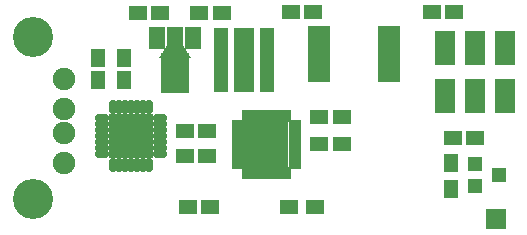
<source format=gbs>
G04 #@! TF.GenerationSoftware,KiCad,Pcbnew,no-vcs-found-44b118f~58~ubuntu16.04.1*
G04 #@! TF.CreationDate,2017-06-12T15:04:32+03:00*
G04 #@! TF.ProjectId,serial_gw_ATMEGA328P,73657269616C5F67775F41544D454741,rev?*
G04 #@! TF.FileFunction,Soldermask,Bot*
G04 #@! TF.FilePolarity,Negative*
%FSLAX46Y46*%
G04 Gerber Fmt 4.6, Leading zero omitted, Abs format (unit mm)*
G04 Created by KiCad (PCBNEW no-vcs-found-44b118f~58~ubuntu16.04.1) date Mon Jun 12 15:04:32 2017*
%MOMM*%
%LPD*%
G01*
G04 APERTURE LIST*
%ADD10C,0.100000*%
%ADD11C,1.901140*%
%ADD12C,3.399740*%
%ADD13R,1.750000X1.750000*%
%ADD14R,1.200000X5.500000*%
%ADD15R,1.700000X5.500000*%
%ADD16R,1.600000X1.150000*%
%ADD17R,1.150000X1.600000*%
%ADD18R,1.670000X2.900000*%
%ADD19R,2.125000X2.125000*%
%ADD20R,0.650000X1.100000*%
%ADD21R,1.100000X0.650000*%
%ADD22R,1.600000X1.300000*%
%ADD23R,1.850000X0.850000*%
%ADD24C,1.149300*%
%ADD25R,2.398980X3.399740*%
%ADD26R,1.400760X1.901140*%
%ADD27R,2.075000X2.075000*%
%ADD28O,0.700000X1.250000*%
%ADD29O,1.250000X0.700000*%
%ADD30R,1.300000X1.600000*%
%ADD31R,1.300000X1.200000*%
G04 APERTURE END LIST*
D10*
D11*
X76207000Y-87422000D03*
X76207000Y-84882000D03*
X76207000Y-82850000D03*
X76207000Y-80310000D03*
D12*
X73540000Y-90470000D03*
X73540000Y-76754000D03*
D13*
X112776000Y-92202000D03*
D14*
X89490000Y-78740000D03*
D15*
X91440000Y-78740000D03*
D14*
X93390000Y-78740000D03*
D16*
X97282000Y-74676000D03*
X95382000Y-74676000D03*
X99690000Y-83566000D03*
X97790000Y-83566000D03*
X88326000Y-84728000D03*
X86426000Y-84728000D03*
X86426000Y-86868000D03*
X88326000Y-86868000D03*
X97790000Y-85852000D03*
X99690000Y-85852000D03*
X86680000Y-91186000D03*
X88580000Y-91186000D03*
X84328000Y-74760000D03*
X82428000Y-74760000D03*
X107320000Y-74676000D03*
X109220000Y-74676000D03*
D17*
X81310000Y-78550000D03*
X81310000Y-80450000D03*
D16*
X89530000Y-74730000D03*
X87630000Y-74730000D03*
D17*
X79070000Y-78560000D03*
X79070000Y-80460000D03*
D18*
X113498000Y-81756000D03*
X110998000Y-81756000D03*
X108458000Y-81756000D03*
X108458000Y-77756000D03*
X110998000Y-77756000D03*
X113538000Y-77756000D03*
D19*
X92456000Y-86740500D03*
X92456000Y-85015500D03*
X94181000Y-86740500D03*
X94181000Y-85015500D03*
D20*
X91568500Y-88278000D03*
X92068500Y-88278000D03*
X92568500Y-88278000D03*
X93068500Y-88278000D03*
X93568500Y-88278000D03*
X94068500Y-88278000D03*
X94568500Y-88278000D03*
X95068500Y-88278000D03*
D21*
X95718500Y-87628000D03*
X95718500Y-87128000D03*
X95718500Y-86628000D03*
X95718500Y-86128000D03*
X95718500Y-85628000D03*
X95718500Y-85128000D03*
X95718500Y-84628000D03*
X95718500Y-84128000D03*
D20*
X95068500Y-83478000D03*
X94568500Y-83478000D03*
X94068500Y-83478000D03*
X93568500Y-83478000D03*
X93068500Y-83478000D03*
X92568500Y-83478000D03*
X92068500Y-83478000D03*
X91568500Y-83478000D03*
D21*
X90918500Y-84128000D03*
X90918500Y-84628000D03*
X90918500Y-85128000D03*
X90918500Y-85628000D03*
X90918500Y-86128000D03*
X90918500Y-86628000D03*
X90918500Y-87128000D03*
X90918500Y-87628000D03*
D22*
X95250000Y-91186000D03*
X97450000Y-91186000D03*
D23*
X97790000Y-76282000D03*
X97790000Y-76932000D03*
X97790000Y-77582000D03*
X97790000Y-78232000D03*
X97790000Y-78882000D03*
X97790000Y-79532000D03*
X97790000Y-80182000D03*
X103690000Y-80182000D03*
X103690000Y-79532000D03*
X103690000Y-78882000D03*
X103690000Y-78232000D03*
X103690000Y-77582000D03*
X103690000Y-76932000D03*
X103690000Y-76282000D03*
D24*
X85598000Y-77990700D03*
D10*
G36*
X86205317Y-77416050D02*
X86972815Y-78565350D01*
X84223185Y-78565350D01*
X84990683Y-77416050D01*
X86205317Y-77416050D01*
X86205317Y-77416050D01*
G37*
D25*
X85598000Y-79839820D03*
D26*
X87099140Y-76888340D03*
X85598000Y-76888340D03*
X84096860Y-76888340D03*
D27*
X81026000Y-86003000D03*
X81026000Y-84328000D03*
X82701000Y-86003000D03*
X82701000Y-84328000D03*
D28*
X80363500Y-87615500D03*
X80863500Y-87615500D03*
X81363500Y-87615500D03*
X81863500Y-87615500D03*
X82363500Y-87615500D03*
X82863500Y-87615500D03*
X83363500Y-87615500D03*
D29*
X84313500Y-86665500D03*
X84313500Y-86165500D03*
X84313500Y-85665500D03*
X84313500Y-85165500D03*
X84313500Y-84665500D03*
X84313500Y-84165500D03*
X84313500Y-83665500D03*
D28*
X83363500Y-82715500D03*
X82863500Y-82715500D03*
X82363500Y-82715500D03*
X81863500Y-82715500D03*
X81363500Y-82715500D03*
X80863500Y-82715500D03*
X80363500Y-82715500D03*
D29*
X79413500Y-83665500D03*
X79413500Y-84165500D03*
X79413500Y-84665500D03*
X79413500Y-85165500D03*
X79413500Y-85665500D03*
X79413500Y-86165500D03*
X79413500Y-86665500D03*
D16*
X110998000Y-85344000D03*
X109098000Y-85344000D03*
D30*
X108966000Y-87462000D03*
X108966000Y-89662000D03*
D31*
X112998000Y-88458000D03*
X110998000Y-87508000D03*
X110998000Y-89408000D03*
M02*

</source>
